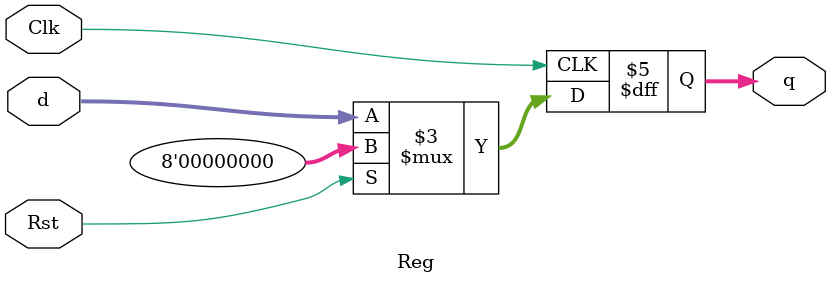
<source format=v>
`timescale 1ns / 1ps


module Reg #(parameter WIDTH = 8)(Clk,Rst,d,q);
input Clk;
input Rst;
input [WIDTH-1:0] d;
output [WIDTH-1:0] q;
reg [WIDTH-1:0] q;
 
 always @(posedge Clk)
 if(Rst)
 q = 0;
 else
 q = d;

endmodule //End Register Module


</source>
